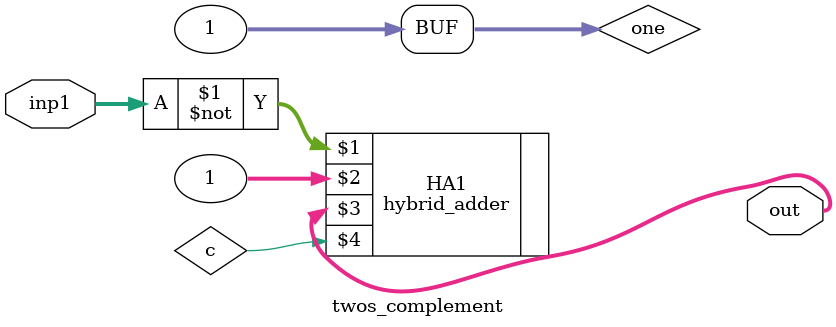
<source format=v>
`timescale 1ns / 1ps
module twos_complement(
    input [31:0] inp1,
    output [31:0] out
    );
	 
	 wire c;
	 reg [31:0] one;
	 initial begin
		one = 32'b00000000000000000000000000000001;
	 end
	 
	 hybrid_adder HA1(~inp1,one,out,c);

endmodule

</source>
